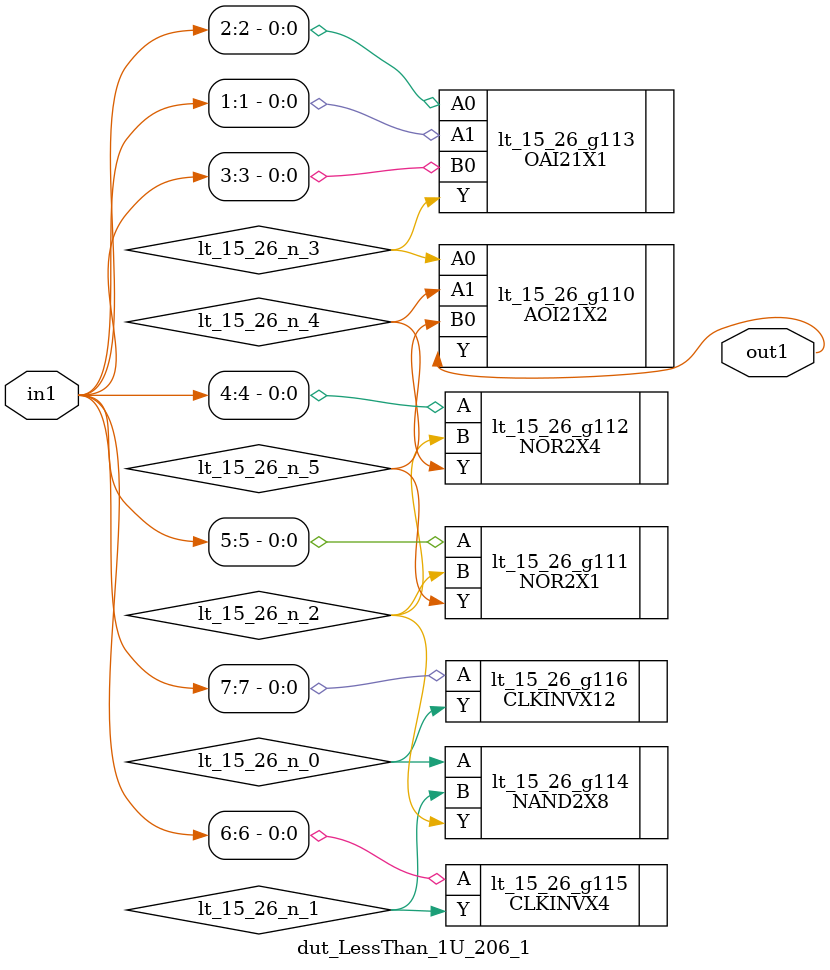
<source format=v>
`timescale 1ps / 1ps


module dut_LessThan_1U_206_1(in1, out1);
  input [7:0] in1;
  output out1;
  wire [7:0] in1;
  wire out1;
  wire lt_15_26_n_0, lt_15_26_n_1, lt_15_26_n_2, lt_15_26_n_3,
       lt_15_26_n_4, lt_15_26_n_5;
  AOI21X2 lt_15_26_g110(.A0 (lt_15_26_n_3), .A1 (lt_15_26_n_4), .B0
       (lt_15_26_n_5), .Y (out1));
  NOR2X1 lt_15_26_g111(.A (in1[5]), .B (lt_15_26_n_2), .Y
       (lt_15_26_n_5));
  NOR2X4 lt_15_26_g112(.A (in1[4]), .B (lt_15_26_n_2), .Y
       (lt_15_26_n_4));
  OAI21X1 lt_15_26_g113(.A0 (in1[2]), .A1 (in1[1]), .B0 (in1[3]), .Y
       (lt_15_26_n_3));
  NAND2X8 lt_15_26_g114(.A (lt_15_26_n_0), .B (lt_15_26_n_1), .Y
       (lt_15_26_n_2));
  CLKINVX4 lt_15_26_g115(.A (in1[6]), .Y (lt_15_26_n_1));
  CLKINVX12 lt_15_26_g116(.A (in1[7]), .Y (lt_15_26_n_0));
endmodule



</source>
